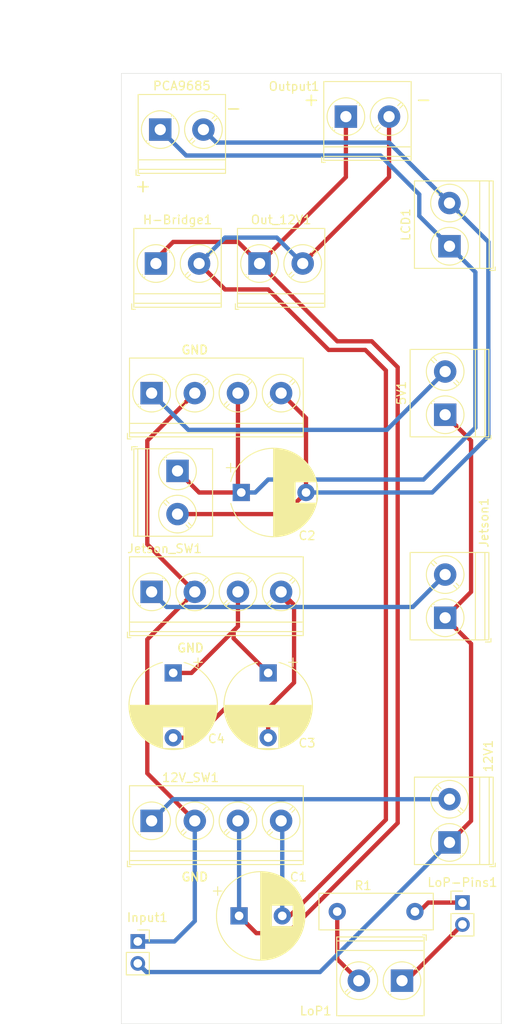
<source format=kicad_pcb>
(kicad_pcb (version 20240108) (generator "pcbnew") (generator_version "8.0")
  (layers (0 "F.Cu" signal) (31 "B.Cu" signal) (34 "B.Paste" user) (35 "F.Paste" user) (36 "B.SilkS" user "B.Silkscreen") (37 "F.SilkS" user "F.Silkscreen") (38 "B.Mask" user) (39 "F.Mask" user) (44 "Edge.Cuts" user))
  (net 0 "")
  (net 1 "/VCC")
  (net 2 "Net-(5V1-B)")
  (net 3 "/12V+")
  (net 4 "Net-(12V1-B)")
  (net 5 "/12V-")
  (net 6 "/GND")
  (net 7 "/5V+")
  (net 8 "/5V-")
  (net 9 "/Jetson-")
  (net 10 "/Jetson+")
  (net 11 "Net-(Jetson1-B)")
  (net 12 "Net-(LoP-Pins1-Pin_1)")
  (net 13 "Net-(LoP-Pins1-Pin_2)")
  (net 14 "Net-(LoP1-B)")
  (footprint "TerminalBlock_Phoenix:TerminalBlock_Phoenix_PT-1,5-4-5.0-H_1x04_P5.00mm_Horizontal" (layer "F.Cu") (at 61 93.5)
    (property "Reference" "Jetson_SW1" (at 1.5 -5 0) (layer "F.SilkS"))
    (property "Value" "5V")
    (pad "1" thru_hole rect (at 0 0) (size 2.6 2.6) (drill 1.3) (layers "*.Cu" "*.Mask") (net 11 "Net-(Jetson1-B)"))
    (pad "2" thru_hole circle (at 5 0) (size 2.6 2.6) (drill 1.3) (layers "*.Cu" "*.Mask") (net 6 "/GND"))
    (pad "3" thru_hole circle (at 10 0) (size 2.6 2.6) (drill 1.3) (layers "*.Cu" "*.Mask") (net 10 "/Jetson+"))
    (pad "4" thru_hole circle (at 15 0) (size 2.6 2.6) (drill 1.3) (layers "*.Cu" "*.Mask") (net 9 "/Jetson-"))
  )
  (footprint "TerminalBlock_Phoenix:TerminalBlock_Phoenix_PT-1,5-2-5.0-H_1x02_P5.00mm_Horizontal" (layer "F.Cu") (at 95 73 90)
    (property "Reference" "5V1" (at 2.5 -5.06 -90) (layer "F.SilkS"))
    (property "Value" "16V")
    (pad "1" thru_hole rect (at 0 0 90) (size 2.6 2.6) (drill 1.3) (layers "*.Cu" "*.Mask") (net 1 "/VCC"))
    (pad "2" thru_hole circle (at 5 0 90) (size 2.6 2.6) (drill 1.3) (layers "*.Cu" "*.Mask") (net 2 "Net-(5V1-B)"))
  )
  (footprint "MountingHole:MountingHole_3.2mm_M3" (layer "F.Cu") (at 96.5 138.5)
    (property "Reference" "H1" (hide yes))
    (property "Value" "MountingHole" (hide yes))
    (pad "" np_thru_hole circle (at 0 0) (size 3.2 3.2) (drill 3.2) (layers "*.Cu" "*.Mask"))
  )
  (footprint "TerminalBlock_Phoenix:TerminalBlock_Phoenix_PT-1,5-4-5.0-H_1x04_P5.00mm_Horizontal" (layer "F.Cu") (at 61 70.5)
    (property "Reference" "5V_SW2" (hide yes))
    (property "Value" "5V")
    (pad "1" thru_hole rect (at 0 0) (size 2.6 2.6) (drill 1.3) (layers "*.Cu" "*.Mask") (net 2 "Net-(5V1-B)"))
    (pad "2" thru_hole circle (at 5 0) (size 2.6 2.6) (drill 1.3) (layers "*.Cu" "*.Mask") (net 6 "/GND"))
    (pad "3" thru_hole circle (at 10 0) (size 2.6 2.6) (drill 1.3) (layers "*.Cu" "*.Mask") (net 7 "/5V+"))
    (pad "4" thru_hole circle (at 15 0) (size 2.6 2.6) (drill 1.3) (layers "*.Cu" "*.Mask") (net 8 "/5V-"))
  )
  (footprint "TerminalBlock_Phoenix:TerminalBlock_Phoenix_PT-1,5-4-5.0-H_1x04_P5.00mm_Horizontal" (layer "F.Cu") (at 61 120)
    (property "Reference" "12V_SW1" (at 4.5 -5 0) (layer "F.SilkS"))
    (property "Value" "12V")
    (pad "1" thru_hole rect (at 0 0) (size 2.6 2.6) (drill 1.3) (layers "*.Cu" "*.Mask") (net 4 "Net-(12V1-B)"))
    (pad "2" thru_hole circle (at 5 0) (size 2.6 2.6) (drill 1.3) (layers "*.Cu" "*.Mask") (net 6 "/GND"))
    (pad "3" thru_hole circle (at 10 0) (size 2.6 2.6) (drill 1.3) (layers "*.Cu" "*.Mask") (net 3 "/12V+"))
    (pad "4" thru_hole circle (at 15 0) (size 2.6 2.6) (drill 1.3) (layers "*.Cu" "*.Mask") (net 5 "/12V-"))
  )
  (footprint "TerminalBlock_Phoenix:TerminalBlock_Phoenix_PT-1,5-2-5.0-H_1x02_P5.00mm_Horizontal" (layer "F.Cu") (at 64 79.5 -90)
    (property "Reference" "Out_5V1" (hide yes))
    (property "Value" "5V")
    (pad "1" thru_hole rect (at 0 0 270) (size 2.6 2.6) (drill 1.3) (layers "*.Cu" "*.Mask") (net 7 "/5V+"))
    (pad "2" thru_hole circle (at 5 0 270) (size 2.6 2.6) (drill 1.3) (layers "*.Cu" "*.Mask") (net 8 "/5V-"))
  )
  (footprint "Capacitor_THT:CP_Radial_D10.0mm_P7.50mm" (layer "F.Cu") (at 71.382323 82)
    (property "Reference" "C2" (at 7.617677 5 0) (layer "F.SilkS"))
    (property "Value" "2,2mF")
    (pad "1" thru_hole rect (at 0 0) (size 2 2) (drill 1) (layers "*.Cu" "*.Mask") (net 7 "/5V+"))
    (pad "2" thru_hole circle (at 7.5 0) (size 2 2) (drill 1) (layers "*.Cu" "*.Mask") (net 8 "/5V-"))
  )
  (footprint "Capacitor_THT:CP_Radial_D10.0mm_P7.50mm" (layer "F.Cu") (at 74.5 102.882323 -90)
    (property "Reference" "C3" (at 8.117677 -4.5 180) (layer "F.SilkS"))
    (property "Value" "2,2mF")
    (pad "1" thru_hole rect (at 0 0 270) (size 2 2) (drill 1) (layers "*.Cu" "*.Mask") (net 10 "/Jetson+"))
    (pad "2" thru_hole circle (at 7.5 0 270) (size 2 2) (drill 1) (layers "*.Cu" "*.Mask") (net 9 "/Jetson-"))
  )
  (footprint "TerminalBlock_Phoenix:TerminalBlock_Phoenix_PT-1,5-2-5.0-H_1x02_P5.00mm_Horizontal" (layer "F.Cu") (at 83.5 38.5)
    (property "Reference" "Output1" (at -6 -3.5 0) (layer "F.SilkS"))
    (property "Value" "12V")
    (pad "1" thru_hole rect (at 0 0) (size 2.6 2.6) (drill 1.3) (layers "*.Cu" "*.Mask") (net 3 "/12V+"))
    (pad "2" thru_hole circle (at 5 0) (size 2.6 2.6) (drill 1.3) (layers "*.Cu" "*.Mask") (net 5 "/12V-"))
  )
  (footprint "TerminalBlock_Phoenix:TerminalBlock_Phoenix_PT-1,5-2-5.0-H_1x02_P5.00mm_Horizontal" (layer "F.Cu") (at 73.5 55.5)
    (property "Reference" "Out_12V1" (at 2.5 -5.06 0) (layer "F.SilkS"))
    (property "Value" "12V")
    (pad "1" thru_hole rect (at 0 0) (size 2.6 2.6) (drill 1.3) (layers "*.Cu" "*.Mask") (net 3 "/12V+"))
    (pad "2" thru_hole circle (at 5 0) (size 2.6 2.6) (drill 1.3) (layers "*.Cu" "*.Mask") (net 5 "/12V-"))
  )
  (footprint "TerminalBlock_Phoenix:TerminalBlock_Phoenix_PT-1,5-2-5.0-H_1x02_P5.00mm_Horizontal" (layer "F.Cu") (at 95 96.5 90)
    (property "Reference" "Jetson1" (at 11 4.5 -90) (layer "F.SilkS"))
    (property "Value" "16V" (hide yes))
    (pad "1" thru_hole rect (at 0 0 90) (size 2.6 2.6) (drill 1.3) (layers "*.Cu" "*.Mask") (net 1 "/VCC"))
    (pad "2" thru_hole circle (at 5 0 90) (size 2.6 2.6) (drill 1.3) (layers "*.Cu" "*.Mask") (net 11 "Net-(Jetson1-B)"))
  )
  (footprint "Capacitor_THT:CP_Radial_D10.0mm_P7.50mm" (layer "F.Cu") (at 63.5 102.882323 -90)
    (property "Reference" "C4" (at 7.617677 -5 180) (layer "F.SilkS"))
    (property "Value" "2,2mF")
    (pad "1" thru_hole rect (at 0 0 270) (size 2 2) (drill 1) (layers "*.Cu" "*.Mask") (net 10 "/Jetson+"))
    (pad "2" thru_hole circle (at 7.5 0 270) (size 2 2) (drill 1) (layers "*.Cu" "*.Mask") (net 9 "/Jetson-"))
  )
  (footprint "Connector_PinSocket_2.54mm:PinSocket_1x02_P2.54mm_Vertical" (layer "F.Cu") (at 59.4 133.96)
    (property "Reference" "Input1" (at 1.1 -2.77 0) (layer "F.SilkS"))
    (property "Value" "16V")
    (pad "1" thru_hole rect (at 0 0) (size 1.7 1.7) (drill 1) (layers "*.Cu" "*.Mask") (net 6 "/GND"))
    (pad "2" thru_hole oval (at 0 2.54) (size 1.7 1.7) (drill 1) (layers "*.Cu" "*.Mask") (net 1 "/VCC"))
  )
  (footprint "Resistor_THT:R_Box_L13.0mm_W4.0mm_P9.00mm" (layer "F.Cu") (at 82.5 130.5)
    (property "Reference" "R1" (at 3 -3 0) (layer "F.SilkS"))
    (property "Value" "1000 Ohm")
    (pad "1" thru_hole circle (at 0 0) (size 2 2) (drill 1) (layers "*.Cu" "*.Mask") (net 14 "Net-(LoP1-B)"))
    (pad "2" thru_hole circle (at 9 0) (size 2 2) (drill 1) (layers "*.Cu" "*.Mask") (net 12 "Net-(LoP-Pins1-Pin_1)"))
  )
  (footprint "Capacitor_THT:CP_Radial_D10.0mm_P5.00mm" (layer "F.Cu") (at 71.132323 131)
    (property "Reference" "C1" (at 6.867677 -4.5 0) (layer "F.SilkS"))
    (property "Value" "400uF")
    (pad "1" thru_hole rect (at 0 0) (size 2 2) (drill 1) (layers "*.Cu" "*.Mask") (net 3 "/12V+"))
    (pad "2" thru_hole circle (at 5 0) (size 2 2) (drill 1) (layers "*.Cu" "*.Mask") (net 5 "/12V-"))
  )
  (footprint "TerminalBlock_Phoenix:TerminalBlock_Phoenix_PT-1,5-2-5.0-H_1x02_P5.00mm_Horizontal" (layer "F.Cu") (at 61.5 55.5)
    (property "Reference" "H-Bridge1" (at 2.5 -5.06 0) (layer "F.SilkS"))
    (property "Value" "12V")
    (pad "1" thru_hole rect (at 0 0) (size 2.6 2.6) (drill 1.3) (layers "*.Cu" "*.Mask") (net 3 "/12V+"))
    (pad "2" thru_hole circle (at 5 0) (size 2.6 2.6) (drill 1.3) (layers "*.Cu" "*.Mask") (net 5 "/12V-"))
  )
  (footprint "TerminalBlock_Phoenix:TerminalBlock_Phoenix_PT-1,5-2-5.0-H_1x02_P5.00mm_Horizontal" (layer "F.Cu") (at 95.5 122.5 90)
    (property "Reference" "12V1" (at 10 4.5 90) (layer "F.SilkS"))
    (property "Value" "16V")
    (pad "1" thru_hole rect (at 0 0 90) (size 2.6 2.6) (drill 1.3) (layers "*.Cu" "*.Mask") (net 1 "/VCC"))
    (pad "2" thru_hole circle (at 5 0 90) (size 2.6 2.6) (drill 1.3) (layers "*.Cu" "*.Mask") (net 4 "Net-(12V1-B)"))
  )
  (footprint "TerminalBlock_Phoenix:TerminalBlock_Phoenix_PT-1,5-2-5.0-H_1x02_P5.00mm_Horizontal" (layer "F.Cu") (at 90 138.5 180)
    (property "Reference" "LoP1" (at 10 -3.5 180) (layer "F.SilkS"))
    (property "Value" "3.3V")
    (pad "1" thru_hole rect (at 0 0 180) (size 2.6 2.6) (drill 1.3) (layers "*.Cu" "*.Mask") (net 13 "Net-(LoP-Pins1-Pin_2)"))
    (pad "2" thru_hole circle (at 5 0 180) (size 2.6 2.6) (drill 1.3) (layers "*.Cu" "*.Mask") (net 14 "Net-(LoP1-B)"))
  )
  (footprint "TerminalBlock_Phoenix:TerminalBlock_Phoenix_PT-1,5-2-5.0-H_1x02_P5.00mm_Horizontal" (layer "F.Cu") (at 62 40)
    (property "Reference" "PCA9685" (at 2.5 -5.06 0) (layer "F.SilkS"))
    (property "Value" "5V")
    (pad "1" thru_hole rect (at 0 0) (size 2.6 2.6) (drill 1.3) (layers "*.Cu" "*.Mask") (net 7 "/5V+"))
    (pad "2" thru_hole circle (at 5 0) (size 2.6 2.6) (drill 1.3) (layers "*.Cu" "*.Mask") (net 8 "/5V-"))
  )
  (footprint "Connector_PinHeader_2.54mm:PinHeader_1x02_P2.54mm_Vertical" (layer "F.Cu") (at 97 129.46)
    (property "Reference" "LoP-Pins1" (at 0 -2.33 0) (layer "F.SilkS"))
    (property "Value" "3.3V")
    (pad "1" thru_hole rect (at 0 0) (size 1.7 1.7) (drill 1) (layers "*.Cu" "*.Mask") (net 12 "Net-(LoP-Pins1-Pin_1)"))
    (pad "2" thru_hole oval (at 0 2.54) (size 1.7 1.7) (drill 1) (layers "*.Cu" "*.Mask") (net 13 "Net-(LoP-Pins1-Pin_2)"))
  )
  (footprint "TerminalBlock_Phoenix:TerminalBlock_Phoenix_PT-1,5-2-5.0-H_1x02_P5.00mm_Horizontal" (layer "F.Cu") (at 95.5 53.5 90)
    (property "Reference" "LCD1" (at 2.5 -5.06 -90) (layer "F.SilkS"))
    (property "Value" "5V")
    (pad "1" thru_hole rect (at 0 0 90) (size 2.6 2.6) (drill 1.3) (layers "*.Cu" "*.Mask") (net 7 "/5V+"))
    (pad "2" thru_hole circle (at 5 0 90) (size 2.6 2.6) (drill 1.3) (layers "*.Cu" "*.Mask") (net 8 "/5V-"))
  )
  (footprint "MountingHole:MountingHole_3.2mm_M3" (layer "F.Cu") (at 96.5 38.5)
    (property "Reference" "H2" (hide yes))
    (property "Value" "MountingHole" (hide yes))
    (pad "" np_thru_hole circle (at 0 0) (size 3.2 3.2) (drill 3.2) (layers "*.Cu" "*.Mask"))
  )
  (gr_rect (start 57.5 33.5) (end 101.5 143.5) (stroke (width 0.05)) (fill none) (layer "Edge.Cuts"))
  (gr_text "+" (at 60 46.5 0) (layer "F.SilkS") (effects (font (size 1.5 1.5) (thickness 0.1875))))
  (gr_text "-" (at 70.5 37.5 0) (layer "F.SilkS") (effects (font (size 1.5 1.5) (thickness 0.1875))))
  (gr_text "-" (at 92.5 36.5 0) (layer "F.SilkS") (effects (font (size 1.5 1.5) (thickness 0.1875))))
  (gr_text "+" (at 79.5 36.5 0) (layer "F.SilkS") (effects (font (size 1.5 1.5) (thickness 0.1875))))
  (gr_text "GND" (at 66 65.5 0) (layer "F.SilkS") (effects (font (size 1 1) (thickness 0.1875))))
  (gr_text "GND" (at 66 126.5 0) (layer "F.SilkS") (effects (font (size 1 1) (thickness 0.1875))))
  (gr_text "GND" (at 65.5 100 0) (layer "F.SilkS") (effects (font (size 1 1) (thickness 0.1875))))
  (segment (start 95 96.5) (end 98 93.5) (width 0.5) (layer "F.Cu") (net 1))
  (segment (start 95.5 122.5) (end 98 120) (width 0.5) (layer "F.Cu") (net 1))
  (segment (start 98 120) (end 98 99.5) (width 0.5) (layer "F.Cu") (net 1))
  (segment (start 98 99.5) (end 95 96.5) (width 0.5) (layer "F.Cu") (net 1))
  (segment (start 98 93.5) (end 98 76) (width 0.5) (layer "F.Cu") (net 1))
  (segment (start 98 76) (end 95 73) (width 0.5) (layer "F.Cu") (net 1))
  (segment (start 95.5 122.5) (end 80.5 137.5) (width 0.5) (layer "B.Cu") (net 1))
  (segment (start 80.5 137.5) (end 60.4 137.5) (width 0.5) (layer "B.Cu") (net 1))
  (segment (start 60.4 137.5) (end 59.4 136.5) (width 0.5) (layer "B.Cu") (net 1))
  (segment (start 61 70.5) (end 65.25 74.75) (width 0.5) (layer "B.Cu") (net 2))
  (segment (start 65.25 74.75) (end 88.25 74.75) (width 0.5) (layer "B.Cu") (net 2))
  (segment (start 88.25 74.75) (end 95 68) (width 0.5) (layer "B.Cu") (net 2))
  (segment (start 73.5 55.5) (end 83.5 45.5) (width 0.5) (layer "F.Cu") (net 3))
  (segment (start 71.132323 131) (end 73.132323 133) (width 0.5) (layer "F.Cu") (net 3))
  (segment (start 83.5 45.5) (end 83.5 38.5) (width 0.5) (layer "F.Cu") (net 3))
  (segment (start 89.5 67.5) (end 86.5 64.5) (width 0.5) (layer "F.Cu") (net 3))
  (segment (start 89.5 120.25) (end 89.5 67.5) (width 0.5) (layer "F.Cu") (net 3))
  (segment (start 73.132323 133) (end 76.75 133) (width 0.5) (layer "F.Cu") (net 3))
  (segment (start 76.75 133) (end 89.5 120.25) (width 0.5) (layer "F.Cu") (net 3))
  (segment (start 61.5 55) (end 61.5 55.5) (width 0.5) (layer "F.Cu") (net 3))
  (segment (start 71 53) (end 73.5 55.5) (width 0.5) (layer "F.Cu") (net 3))
  (segment (start 63.5 53) (end 61.5 55) (width 0.5) (layer "F.Cu") (net 3))
  (segment (start 63.5 53) (end 71 53) (width 0.5) (layer "F.Cu") (net 3))
  (segment (start 82.5 64.5) (end 73.5 55.5) (width 0.5) (layer "F.Cu") (net 3))
  (segment (start 86.5 64.5) (end 82.5 64.5) (width 0.5) (layer "F.Cu") (net 3))
  (segment (start 71.132323 120.132323) (end 71 120) (width 0.5) (layer "B.Cu") (net 3))
  (segment (start 71.132323 131) (end 71.132323 120.132323) (width 0.5) (layer "B.Cu") (net 3))
  (segment (start 95.5 117.5) (end 63.5 117.5) (width 0.5) (layer "B.Cu") (net 4))
  (segment (start 63.5 117.5) (end 61 120) (width 0.5) (layer "B.Cu") (net 4))
  (segment (start 88.132323 67.882323) (end 85.75 65.5) (width 0.5) (layer "F.Cu") (net 5))
  (segment (start 88.5 45.5) (end 88.5 38.5) (width 0.5) (layer "F.Cu") (net 5))
  (segment (start 76.132323 131) (end 77 131) (width 0.5) (layer "F.Cu") (net 5))
  (segment (start 69.5 58.5) (end 66.5 55.5) (width 0.5) (layer "F.Cu") (net 5))
  (segment (start 85.75 65.5) (end 81.5 65.5) (width 0.5) (layer "F.Cu") (net 5))
  (segment (start 78.5 55.5) (end 88.5 45.5) (width 0.5) (layer "F.Cu") (net 5))
  (segment (start 74.5 58.5) (end 69.5 58.5) (width 0.5) (layer "F.Cu") (net 5))
  (segment (start 77 131) (end 88.132323 119.867677) (width 0.5) (layer "F.Cu") (net 5))
  (segment (start 88.132323 119.867677) (end 88.132323 67.882323) (width 0.5) (layer "F.Cu") (net 5))
  (segment (start 81.5 65.5) (end 74.5 58.5) (width 0.5) (layer "F.Cu") (net 5))
  (segment (start 69.5 52.5) (end 75.5 52.5) (width 0.5) (layer "B.Cu") (net 5))
  (segment (start 66.5 55.5) (end 69.5 52.5) (width 0.5) (layer "B.Cu") (net 5))
  (segment (start 75.5 52.5) (end 78.5 55.5) (width 0.5) (layer "B.Cu") (net 5))
  (segment (start 76.132323 131) (end 76.132323 120.132323) (width 0.5) (layer "B.Cu") (net 5))
  (segment (start 76.132323 120.132323) (end 76 120) (width 0.5) (layer "B.Cu") (net 5))
  (segment (start 60.5 114.5) (end 60.5 99) (width 0.5) (layer "F.Cu") (net 6))
  (segment (start 60.5 76) (end 66 70.5) (width 0.5) (layer "F.Cu") (net 6))
  (segment (start 60.5 88) (end 60.5 76) (width 0.5) (layer "F.Cu") (net 6))
  (segment (start 60.5 99) (end 66 93.5) (width 0.5) (layer "F.Cu") (net 6))
  (segment (start 66 93.5) (end 60.5 88) (width 0.5) (layer "F.Cu") (net 6))
  (segment (start 66 120) (end 60.5 114.5) (width 0.5) (layer "F.Cu") (net 6))
  (segment (start 66 120) (end 66 131.6) (width 0.5) (layer "B.Cu") (net 6))
  (segment (start 66 93) (end 65.5 92.5) (width 0.5) (layer "B.Cu") (net 6))
  (segment (start 66 131.6) (end 63.64 133.96) (width 0.5) (layer "B.Cu") (net 6))
  (segment (start 63.64 133.96) (end 59.4 133.96) (width 0.5) (layer "B.Cu") (net 6))
  (segment (start 66 93.5) (end 66 93) (width 0.5) (layer "B.Cu") (net 6))
  (segment (start 71 70.5) (end 71 81.617677) (width 0.5) (layer "F.Cu") (net 7))
  (segment (start 66.5 82) (end 64 79.5) (width 0.5) (layer "F.Cu") (net 7))
  (segment (start 71 81.617677) (end 71.382323 82) (width 0.5) (layer "F.Cu") (net 7))
  (segment (start 71.382323 82) (end 66.5 82) (width 0.5) (layer "F.Cu") (net 7))
  (segment (start 98.5 74.5) (end 98.5 56.5) (width 0.5) (layer "B.Cu") (net 7))
  (segment (start 98.5 56.5) (end 95.5 53.5) (width 0.5) (layer "B.Cu") (net 7))
  (segment (start 71.382323 82) (end 73 82) (width 0.5) (layer "B.Cu") (net 7))
  (segment (start 92.5 80.5) (end 98.5 74.5) (width 0.5) (layer "B.Cu") (net 7))
  (segment (start 87.5 43) (end 92 47.5) (width 0.5) (layer "B.Cu") (net 7))
  (segment (start 74.5 80.5) (end 92.5 80.5) (width 0.5) (layer "B.Cu") (net 7))
  (segment (start 73 82) (end 74.5 80.5) (width 0.5) (layer "B.Cu") (net 7))
  (segment (start 92 47.5) (end 92 50) (width 0.5) (layer "B.Cu") (net 7))
  (segment (start 92 50) (end 95.5 53.5) (width 0.5) (layer "B.Cu") (net 7))
  (segment (start 62 40) (end 65 43) (width 0.5) (layer "B.Cu") (net 7))
  (segment (start 65 43) (end 87.5 43) (width 0.5) (layer "B.Cu") (net 7))
  (segment (start 78.882323 82) (end 78.882323 73.382323) (width 0.5) (layer "F.Cu") (net 8))
  (segment (start 76.382323 84.5) (end 64 84.5) (width 0.5) (layer "F.Cu") (net 8))
  (segment (start 78.882323 73.382323) (end 76 70.5) (width 0.5) (layer "F.Cu") (net 8))
  (segment (start 78.882323 82) (end 76.382323 84.5) (width 0.5) (layer "F.Cu") (net 8))
  (segment (start 67 40) (end 68.5 41.5) (width 0.5) (layer "B.Cu") (net 8))
  (segment (start 93.5 82) (end 100 75.5) (width 0.5) (layer "B.Cu") (net 8))
  (segment (start 68.5 41.5) (end 88.5 41.5) (width 0.5) (layer "B.Cu") (net 8))
  (segment (start 78.882323 82) (end 93.5 82) (width 0.5) (layer "B.Cu") (net 8))
  (segment (start 88.5 41.5) (end 95.5 48.5) (width 0.5) (layer "B.Cu") (net 8))
  (segment (start 100 75.5) (end 100 53) (width 0.5) (layer "B.Cu") (net 8))
  (segment (start 100 53) (end 95.5 48.5) (width 0.5) (layer "B.Cu") (net 8))
  (segment (start 76.8 94.8) (end 75.5 93.5) (width 0.5) (layer "F.Cu") (net 9))
  (segment (start 74.5 107) (end 77.5 104) (width 0.5) (layer "F.Cu") (net 9))
  (segment (start 77.5 95) (end 76 93.5) (width 0.5) (layer "F.Cu") (net 9))
  (segment (start 63.5 110.382323) (end 66.117677 110.382323) (width 0.5) (layer "F.Cu") (net 9))
  (segment (start 66.117677 110.382323) (end 69.5 107) (width 0.5) (layer "F.Cu") (net 9))
  (segment (start 74.5 110.382323) (end 74.5 107) (width 0.5) (layer "F.Cu") (net 9))
  (segment (start 77.5 104) (end 77.5 95) (width 0.5) (layer "F.Cu") (net 9))
  (segment (start 69.5 107) (end 74.5 107) (width 0.5) (layer "F.Cu") (net 9))
  (segment (start 70.5 98) (end 71 97.5) (width 0.5) (layer "F.Cu") (net 10))
  (segment (start 63.5 102.882323) (end 65.617677 102.882323) (width 0.5) (layer "F.Cu") (net 10))
  (segment (start 71 97.5) (end 71 93.5) (width 0.5) (layer "F.Cu") (net 10))
  (segment (start 65.617677 102.882323) (end 70.5 98) (width 0.5) (layer "F.Cu") (net 10))
  (segment (start 74.5 102.882323) (end 70.5 98.882323) (width 0.5) (layer "F.Cu") (net 10))
  (segment (start 70.5 98.882323) (end 70.5 98) (width 0.5) (layer "F.Cu") (net 10))
  (segment (start 91.25 95.25) (end 95 91.5) (width 0.5) (layer "B.Cu") (net 11))
  (segment (start 61 93.5) (end 62.75 95.25) (width 0.5) (layer "B.Cu") (net 11))
  (segment (start 62.75 95.25) (end 91.25 95.25) (width 0.5) (layer "B.Cu") (net 11))
  (segment (start 93.04 129.46) (end 97 129.46) (width 0.5) (layer "F.Cu") (net 12))
  (segment (start 91.5 130.5) (end 92 130.5) (width 0.5) (layer "F.Cu") (net 12))
  (segment (start 92 130.5) (end 93.04 129.46) (width 0.5) (layer "F.Cu") (net 12))
  (segment (start 90 138.5) (end 90.5 138.5) (width 0.5) (layer "F.Cu") (net 13))
  (segment (start 90.5 138.5) (end 97 132) (width 0.5) (layer "F.Cu") (net 13))
  (segment (start 82.5 136) (end 82.5 130.5) (width 0.5) (layer "F.Cu") (net 14))
  (segment (start 85 138.5) (end 82.5 136) (width 0.5) (layer "F.Cu") (net 14))
)
</source>
